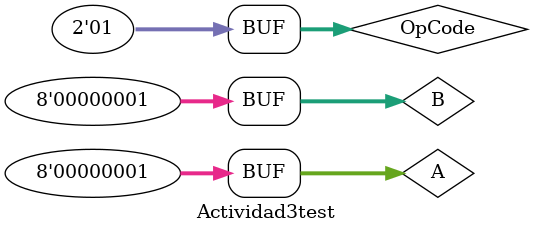
<source format=sv>
`timescale 1ns / 1ps


module Actividad3test#(parameter p = 8)();
    logic [p-1: 0] A;
    logic [p-1: 0] B;
    logic [p-1: 0] Result;
    logic [1:0] OpCode;
    logic N;
    logic Z;
    logic C;
    logic V;
    S4_Actividad3 DUT(.A(A),.B(B),.Result(Result),.OpCode(OpCode),.N(N),.Z(Z),.C(C),.V(V)); 

    initial begin
    
        //carry out
        A= 'h8f;
        B= 'had;
        OpCode = 2'b00;
        
        // 0 & carry out
        #1
        A= 'hff;
        B= 'd01;
        OpCode = 2'b00;
        
        // 0 & carry out
        #1
        A= 'd1;
        B= -'d1;
        OpCode = 2'b00;
        
        // negativo
        #1
        A= 'd1;
        B= -'d10;
        OpCode = 2'b00;
        
        // overflow
        #1
        A= 'd100;
        B= 'd89;
        OpCode = 2'b00;
        
        #1
        A= 'd10;
        B= 'd01;
        OpCode = 2'b11;
        
        #1 
        A= 'd10;
        B= 'd01;
        OpCode = 2'b10;
        
        #1      
        A= 'd01;
        B= -'hff;
        OpCode = 2'b01;
    
    
    end

endmodule


</source>
